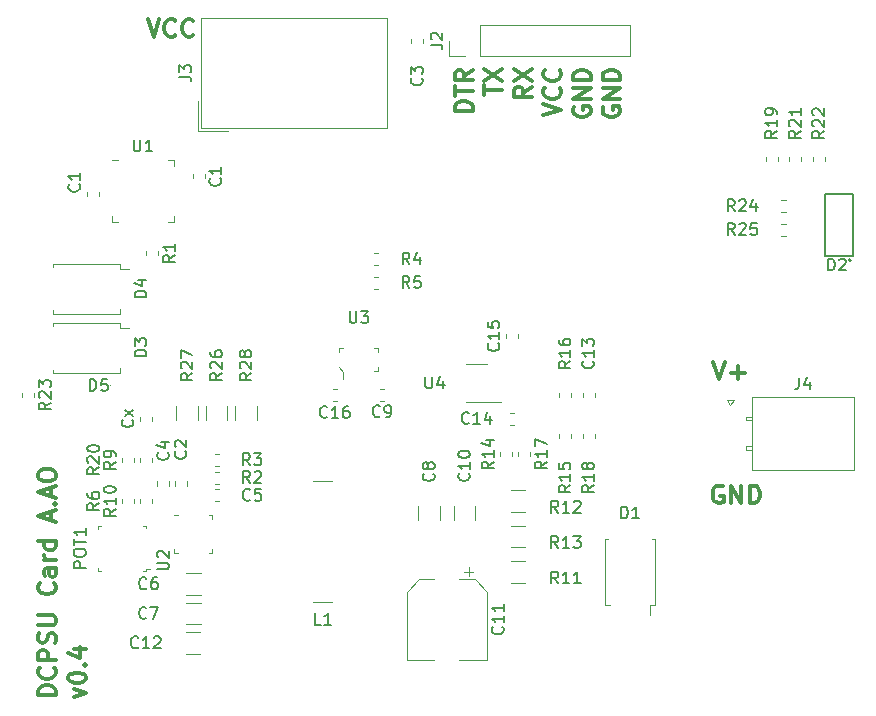
<source format=gbr>
G04 #@! TF.GenerationSoftware,KiCad,Pcbnew,5.0.2+dfsg1-1*
G04 #@! TF.CreationDate,2021-07-01T00:09:32-05:00*
G04 #@! TF.ProjectId,dcpsu-card-ahalf,64637073-752d-4636-9172-642d6168616c,v0.4*
G04 #@! TF.SameCoordinates,Original*
G04 #@! TF.FileFunction,Legend,Top*
G04 #@! TF.FilePolarity,Positive*
%FSLAX46Y46*%
G04 Gerber Fmt 4.6, Leading zero omitted, Abs format (unit mm)*
G04 Created by KiCad (PCBNEW 5.0.2+dfsg1-1) date Thu 01 Jul 2021 12:09:32 AM CDT*
%MOMM*%
%LPD*%
G01*
G04 APERTURE LIST*
%ADD10C,0.300000*%
%ADD11C,0.120000*%
%ADD12C,0.150000*%
%ADD13C,0.100000*%
G04 APERTURE END LIST*
D10*
X138750000Y-78623571D02*
X138678571Y-78766428D01*
X138678571Y-78980714D01*
X138750000Y-79195000D01*
X138892857Y-79337857D01*
X139035714Y-79409285D01*
X139321428Y-79480714D01*
X139535714Y-79480714D01*
X139821428Y-79409285D01*
X139964285Y-79337857D01*
X140107142Y-79195000D01*
X140178571Y-78980714D01*
X140178571Y-78837857D01*
X140107142Y-78623571D01*
X140035714Y-78552142D01*
X139535714Y-78552142D01*
X139535714Y-78837857D01*
X140178571Y-77909285D02*
X138678571Y-77909285D01*
X140178571Y-77052142D01*
X138678571Y-77052142D01*
X140178571Y-76337857D02*
X138678571Y-76337857D01*
X138678571Y-75980714D01*
X138750000Y-75766428D01*
X138892857Y-75623571D01*
X139035714Y-75552142D01*
X139321428Y-75480714D01*
X139535714Y-75480714D01*
X139821428Y-75552142D01*
X139964285Y-75623571D01*
X140107142Y-75766428D01*
X140178571Y-75980714D01*
X140178571Y-76337857D01*
X136250000Y-78623571D02*
X136178571Y-78766428D01*
X136178571Y-78980714D01*
X136250000Y-79195000D01*
X136392857Y-79337857D01*
X136535714Y-79409285D01*
X136821428Y-79480714D01*
X137035714Y-79480714D01*
X137321428Y-79409285D01*
X137464285Y-79337857D01*
X137607142Y-79195000D01*
X137678571Y-78980714D01*
X137678571Y-78837857D01*
X137607142Y-78623571D01*
X137535714Y-78552142D01*
X137035714Y-78552142D01*
X137035714Y-78837857D01*
X137678571Y-77909285D02*
X136178571Y-77909285D01*
X137678571Y-77052142D01*
X136178571Y-77052142D01*
X137678571Y-76337857D02*
X136178571Y-76337857D01*
X136178571Y-75980714D01*
X136250000Y-75766428D01*
X136392857Y-75623571D01*
X136535714Y-75552142D01*
X136821428Y-75480714D01*
X137035714Y-75480714D01*
X137321428Y-75552142D01*
X137464285Y-75623571D01*
X137607142Y-75766428D01*
X137678571Y-75980714D01*
X137678571Y-76337857D01*
X133678571Y-79337857D02*
X135178571Y-78837857D01*
X133678571Y-78337857D01*
X135035714Y-76980714D02*
X135107142Y-77052142D01*
X135178571Y-77266428D01*
X135178571Y-77409285D01*
X135107142Y-77623571D01*
X134964285Y-77766428D01*
X134821428Y-77837857D01*
X134535714Y-77909285D01*
X134321428Y-77909285D01*
X134035714Y-77837857D01*
X133892857Y-77766428D01*
X133750000Y-77623571D01*
X133678571Y-77409285D01*
X133678571Y-77266428D01*
X133750000Y-77052142D01*
X133821428Y-76980714D01*
X135035714Y-75480714D02*
X135107142Y-75552142D01*
X135178571Y-75766428D01*
X135178571Y-75909285D01*
X135107142Y-76123571D01*
X134964285Y-76266428D01*
X134821428Y-76337857D01*
X134535714Y-76409285D01*
X134321428Y-76409285D01*
X134035714Y-76337857D01*
X133892857Y-76266428D01*
X133750000Y-76123571D01*
X133678571Y-75909285D01*
X133678571Y-75766428D01*
X133750000Y-75552142D01*
X133821428Y-75480714D01*
X132678571Y-76909285D02*
X131964285Y-77409285D01*
X132678571Y-77766428D02*
X131178571Y-77766428D01*
X131178571Y-77195000D01*
X131250000Y-77052142D01*
X131321428Y-76980714D01*
X131464285Y-76909285D01*
X131678571Y-76909285D01*
X131821428Y-76980714D01*
X131892857Y-77052142D01*
X131964285Y-77195000D01*
X131964285Y-77766428D01*
X131178571Y-76409285D02*
X132678571Y-75409285D01*
X131178571Y-75409285D02*
X132678571Y-76409285D01*
X128678571Y-77623571D02*
X128678571Y-76766428D01*
X130178571Y-77195000D02*
X128678571Y-77195000D01*
X128678571Y-76409285D02*
X130178571Y-75409285D01*
X128678571Y-75409285D02*
X130178571Y-76409285D01*
X127678571Y-78980714D02*
X126178571Y-78980714D01*
X126178571Y-78623571D01*
X126250000Y-78409285D01*
X126392857Y-78266428D01*
X126535714Y-78195000D01*
X126821428Y-78123571D01*
X127035714Y-78123571D01*
X127321428Y-78195000D01*
X127464285Y-78266428D01*
X127607142Y-78409285D01*
X127678571Y-78623571D01*
X127678571Y-78980714D01*
X126178571Y-77695000D02*
X126178571Y-76837857D01*
X127678571Y-77266428D02*
X126178571Y-77266428D01*
X127678571Y-75480714D02*
X126964285Y-75980714D01*
X127678571Y-76337857D02*
X126178571Y-76337857D01*
X126178571Y-75766428D01*
X126250000Y-75623571D01*
X126321428Y-75552142D01*
X126464285Y-75480714D01*
X126678571Y-75480714D01*
X126821428Y-75552142D01*
X126892857Y-75623571D01*
X126964285Y-75766428D01*
X126964285Y-76337857D01*
X100162142Y-71178571D02*
X100662142Y-72678571D01*
X101162142Y-71178571D01*
X102519285Y-72535714D02*
X102447857Y-72607142D01*
X102233571Y-72678571D01*
X102090714Y-72678571D01*
X101876428Y-72607142D01*
X101733571Y-72464285D01*
X101662142Y-72321428D01*
X101590714Y-72035714D01*
X101590714Y-71821428D01*
X101662142Y-71535714D01*
X101733571Y-71392857D01*
X101876428Y-71250000D01*
X102090714Y-71178571D01*
X102233571Y-71178571D01*
X102447857Y-71250000D01*
X102519285Y-71321428D01*
X104019285Y-72535714D02*
X103947857Y-72607142D01*
X103733571Y-72678571D01*
X103590714Y-72678571D01*
X103376428Y-72607142D01*
X103233571Y-72464285D01*
X103162142Y-72321428D01*
X103090714Y-72035714D01*
X103090714Y-71821428D01*
X103162142Y-71535714D01*
X103233571Y-71392857D01*
X103376428Y-71250000D01*
X103590714Y-71178571D01*
X103733571Y-71178571D01*
X103947857Y-71250000D01*
X104019285Y-71321428D01*
X148071428Y-100178571D02*
X148571428Y-101678571D01*
X149071428Y-100178571D01*
X149571428Y-101107142D02*
X150714285Y-101107142D01*
X150142857Y-101678571D02*
X150142857Y-100535714D01*
X148857142Y-110750000D02*
X148714285Y-110678571D01*
X148500000Y-110678571D01*
X148285714Y-110750000D01*
X148142857Y-110892857D01*
X148071428Y-111035714D01*
X148000000Y-111321428D01*
X148000000Y-111535714D01*
X148071428Y-111821428D01*
X148142857Y-111964285D01*
X148285714Y-112107142D01*
X148500000Y-112178571D01*
X148642857Y-112178571D01*
X148857142Y-112107142D01*
X148928571Y-112035714D01*
X148928571Y-111535714D01*
X148642857Y-111535714D01*
X149571428Y-112178571D02*
X149571428Y-110678571D01*
X150428571Y-112178571D01*
X150428571Y-110678571D01*
X151142857Y-112178571D02*
X151142857Y-110678571D01*
X151500000Y-110678571D01*
X151714285Y-110750000D01*
X151857142Y-110892857D01*
X151928571Y-111035714D01*
X152000000Y-111321428D01*
X152000000Y-111535714D01*
X151928571Y-111821428D01*
X151857142Y-111964285D01*
X151714285Y-112107142D01*
X151500000Y-112178571D01*
X151142857Y-112178571D01*
X92403571Y-128447857D02*
X90903571Y-128447857D01*
X90903571Y-128090714D01*
X90975000Y-127876428D01*
X91117857Y-127733571D01*
X91260714Y-127662142D01*
X91546428Y-127590714D01*
X91760714Y-127590714D01*
X92046428Y-127662142D01*
X92189285Y-127733571D01*
X92332142Y-127876428D01*
X92403571Y-128090714D01*
X92403571Y-128447857D01*
X92260714Y-126090714D02*
X92332142Y-126162142D01*
X92403571Y-126376428D01*
X92403571Y-126519285D01*
X92332142Y-126733571D01*
X92189285Y-126876428D01*
X92046428Y-126947857D01*
X91760714Y-127019285D01*
X91546428Y-127019285D01*
X91260714Y-126947857D01*
X91117857Y-126876428D01*
X90975000Y-126733571D01*
X90903571Y-126519285D01*
X90903571Y-126376428D01*
X90975000Y-126162142D01*
X91046428Y-126090714D01*
X92403571Y-125447857D02*
X90903571Y-125447857D01*
X90903571Y-124876428D01*
X90975000Y-124733571D01*
X91046428Y-124662142D01*
X91189285Y-124590714D01*
X91403571Y-124590714D01*
X91546428Y-124662142D01*
X91617857Y-124733571D01*
X91689285Y-124876428D01*
X91689285Y-125447857D01*
X92332142Y-124019285D02*
X92403571Y-123805000D01*
X92403571Y-123447857D01*
X92332142Y-123305000D01*
X92260714Y-123233571D01*
X92117857Y-123162142D01*
X91975000Y-123162142D01*
X91832142Y-123233571D01*
X91760714Y-123305000D01*
X91689285Y-123447857D01*
X91617857Y-123733571D01*
X91546428Y-123876428D01*
X91475000Y-123947857D01*
X91332142Y-124019285D01*
X91189285Y-124019285D01*
X91046428Y-123947857D01*
X90975000Y-123876428D01*
X90903571Y-123733571D01*
X90903571Y-123376428D01*
X90975000Y-123162142D01*
X90903571Y-122519285D02*
X92117857Y-122519285D01*
X92260714Y-122447857D01*
X92332142Y-122376428D01*
X92403571Y-122233571D01*
X92403571Y-121947857D01*
X92332142Y-121805000D01*
X92260714Y-121733571D01*
X92117857Y-121662142D01*
X90903571Y-121662142D01*
X92260714Y-118947857D02*
X92332142Y-119019285D01*
X92403571Y-119233571D01*
X92403571Y-119376428D01*
X92332142Y-119590714D01*
X92189285Y-119733571D01*
X92046428Y-119805000D01*
X91760714Y-119876428D01*
X91546428Y-119876428D01*
X91260714Y-119805000D01*
X91117857Y-119733571D01*
X90975000Y-119590714D01*
X90903571Y-119376428D01*
X90903571Y-119233571D01*
X90975000Y-119019285D01*
X91046428Y-118947857D01*
X92403571Y-117662142D02*
X91617857Y-117662142D01*
X91475000Y-117733571D01*
X91403571Y-117876428D01*
X91403571Y-118162142D01*
X91475000Y-118305000D01*
X92332142Y-117662142D02*
X92403571Y-117805000D01*
X92403571Y-118162142D01*
X92332142Y-118305000D01*
X92189285Y-118376428D01*
X92046428Y-118376428D01*
X91903571Y-118305000D01*
X91832142Y-118162142D01*
X91832142Y-117805000D01*
X91760714Y-117662142D01*
X92403571Y-116947857D02*
X91403571Y-116947857D01*
X91689285Y-116947857D02*
X91546428Y-116876428D01*
X91475000Y-116805000D01*
X91403571Y-116662142D01*
X91403571Y-116519285D01*
X92403571Y-115376428D02*
X90903571Y-115376428D01*
X92332142Y-115376428D02*
X92403571Y-115519285D01*
X92403571Y-115805000D01*
X92332142Y-115947857D01*
X92260714Y-116019285D01*
X92117857Y-116090714D01*
X91689285Y-116090714D01*
X91546428Y-116019285D01*
X91475000Y-115947857D01*
X91403571Y-115805000D01*
X91403571Y-115519285D01*
X91475000Y-115376428D01*
X91975000Y-113590714D02*
X91975000Y-112876428D01*
X92403571Y-113733571D02*
X90903571Y-113233571D01*
X92403571Y-112733571D01*
X92260714Y-112233571D02*
X92332142Y-112162142D01*
X92403571Y-112233571D01*
X92332142Y-112305000D01*
X92260714Y-112233571D01*
X92403571Y-112233571D01*
X91975000Y-111590714D02*
X91975000Y-110876428D01*
X92403571Y-111733571D02*
X90903571Y-111233571D01*
X92403571Y-110733571D01*
X90903571Y-109947857D02*
X90903571Y-109662142D01*
X90975000Y-109519285D01*
X91117857Y-109376428D01*
X91403571Y-109305000D01*
X91903571Y-109305000D01*
X92189285Y-109376428D01*
X92332142Y-109519285D01*
X92403571Y-109662142D01*
X92403571Y-109947857D01*
X92332142Y-110090714D01*
X92189285Y-110233571D01*
X91903571Y-110305000D01*
X91403571Y-110305000D01*
X91117857Y-110233571D01*
X90975000Y-110090714D01*
X90903571Y-109947857D01*
X93953571Y-128590714D02*
X94953571Y-128233571D01*
X93953571Y-127876428D01*
X93453571Y-127019285D02*
X93453571Y-126876428D01*
X93525000Y-126733571D01*
X93596428Y-126662142D01*
X93739285Y-126590714D01*
X94025000Y-126519285D01*
X94382142Y-126519285D01*
X94667857Y-126590714D01*
X94810714Y-126662142D01*
X94882142Y-126733571D01*
X94953571Y-126876428D01*
X94953571Y-127019285D01*
X94882142Y-127162142D01*
X94810714Y-127233571D01*
X94667857Y-127305000D01*
X94382142Y-127376428D01*
X94025000Y-127376428D01*
X93739285Y-127305000D01*
X93596428Y-127233571D01*
X93525000Y-127162142D01*
X93453571Y-127019285D01*
X94810714Y-125876428D02*
X94882142Y-125805000D01*
X94953571Y-125876428D01*
X94882142Y-125947857D01*
X94810714Y-125876428D01*
X94953571Y-125876428D01*
X93953571Y-124519285D02*
X94953571Y-124519285D01*
X93382142Y-124876428D02*
X94453571Y-125233571D01*
X94453571Y-124305000D01*
D11*
G04 #@! TO.C,L1*
X114202631Y-120515000D02*
X115797369Y-120515000D01*
X114202631Y-110315000D02*
X115797369Y-110315000D01*
G04 #@! TO.C,R1*
X101010000Y-91171267D02*
X101010000Y-90828733D01*
X99990000Y-91171267D02*
X99990000Y-90828733D01*
G04 #@! TO.C,U2*
X105325000Y-113170000D02*
X105650000Y-113170000D01*
X105650000Y-113170000D02*
X105650000Y-113495000D01*
X102755000Y-116390000D02*
X102430000Y-116390000D01*
X102430000Y-116390000D02*
X102430000Y-116065000D01*
X105325000Y-116390000D02*
X105650000Y-116390000D01*
X105650000Y-116390000D02*
X105650000Y-116065000D01*
X102755000Y-113170000D02*
X102430000Y-113170000D01*
G04 #@! TO.C,R20*
X99010000Y-108671267D02*
X99010000Y-108328733D01*
X97990000Y-108671267D02*
X97990000Y-108328733D01*
G04 #@! TO.C,C3*
X123510000Y-73171267D02*
X123510000Y-72828733D01*
X122490000Y-73171267D02*
X122490000Y-72828733D01*
G04 #@! TO.C,C5*
X105828733Y-112010000D02*
X106171267Y-112010000D01*
X105828733Y-110990000D02*
X106171267Y-110990000D01*
G04 #@! TO.C,C14*
X130828733Y-105510000D02*
X131171267Y-105510000D01*
X130828733Y-104490000D02*
X131171267Y-104490000D01*
G04 #@! TO.C,D1*
X138890000Y-120810000D02*
X139300000Y-120810000D01*
X142700000Y-120810000D02*
X143110000Y-120810000D01*
X143110000Y-120810000D02*
X143110000Y-115190000D01*
X138890000Y-115190000D02*
X138890000Y-120810000D01*
X142700000Y-120810000D02*
X142700000Y-121600000D01*
X138890000Y-115190000D02*
X139150000Y-115190000D01*
X142850000Y-115190000D02*
X143110000Y-115190000D01*
G04 #@! TO.C,C1*
X103990000Y-84328733D02*
X103990000Y-84671267D01*
X105010000Y-84328733D02*
X105010000Y-84671267D01*
G04 #@! TO.C,C2*
X102490000Y-110328733D02*
X102490000Y-110671267D01*
X103510000Y-110328733D02*
X103510000Y-110671267D01*
G04 #@! TO.C,C4*
X102010000Y-110671267D02*
X102010000Y-110328733D01*
X100990000Y-110671267D02*
X100990000Y-110328733D01*
G04 #@! TO.C,C6*
X103437936Y-119910000D02*
X104642064Y-119910000D01*
X103437936Y-118090000D02*
X104642064Y-118090000D01*
G04 #@! TO.C,C7*
X103437936Y-122410000D02*
X104642064Y-122410000D01*
X103437936Y-120590000D02*
X104642064Y-120590000D01*
G04 #@! TO.C,C8*
X124910000Y-113602064D02*
X124910000Y-112397936D01*
X123090000Y-113602064D02*
X123090000Y-112397936D01*
G04 #@! TO.C,C9*
X120171267Y-102490000D02*
X119828733Y-102490000D01*
X120171267Y-103510000D02*
X119828733Y-103510000D01*
G04 #@! TO.C,C10*
X127910000Y-113602064D02*
X127910000Y-112397936D01*
X126090000Y-113602064D02*
X126090000Y-112397936D01*
G04 #@! TO.C,C13*
X138010000Y-103171267D02*
X138010000Y-102828733D01*
X136990000Y-103171267D02*
X136990000Y-102828733D01*
G04 #@! TO.C,R2*
X106171267Y-109490000D02*
X105828733Y-109490000D01*
X106171267Y-110510000D02*
X105828733Y-110510000D01*
G04 #@! TO.C,R3*
X106171267Y-107990000D02*
X105828733Y-107990000D01*
X106171267Y-109010000D02*
X105828733Y-109010000D01*
G04 #@! TO.C,R4*
X119671267Y-90990000D02*
X119328733Y-90990000D01*
X119671267Y-92010000D02*
X119328733Y-92010000D01*
G04 #@! TO.C,R5*
X119671267Y-92990000D02*
X119328733Y-92990000D01*
X119671267Y-94010000D02*
X119328733Y-94010000D01*
G04 #@! TO.C,R6*
X99010000Y-112171267D02*
X99010000Y-111828733D01*
X97990000Y-112171267D02*
X97990000Y-111828733D01*
G04 #@! TO.C,R9*
X100510000Y-108671267D02*
X100510000Y-108328733D01*
X99490000Y-108671267D02*
X99490000Y-108328733D01*
G04 #@! TO.C,R10*
X100510000Y-112171267D02*
X100510000Y-111828733D01*
X99490000Y-112171267D02*
X99490000Y-111828733D01*
G04 #@! TO.C,R12*
X130897936Y-112910000D02*
X132102064Y-112910000D01*
X130897936Y-111090000D02*
X132102064Y-111090000D01*
G04 #@! TO.C,R13*
X130897936Y-115910000D02*
X132102064Y-115910000D01*
X130897936Y-114090000D02*
X132102064Y-114090000D01*
G04 #@! TO.C,R15*
X134990000Y-106328733D02*
X134990000Y-106671267D01*
X136010000Y-106328733D02*
X136010000Y-106671267D01*
G04 #@! TO.C,R16*
X134990000Y-102828733D02*
X134990000Y-103171267D01*
X136010000Y-102828733D02*
X136010000Y-103171267D01*
G04 #@! TO.C,R17*
X131490000Y-107828733D02*
X131490000Y-108171267D01*
X132510000Y-107828733D02*
X132510000Y-108171267D01*
G04 #@! TO.C,U1*
X97615000Y-83140000D02*
X97140000Y-83140000D01*
X102360000Y-88360000D02*
X102360000Y-87885000D01*
X101885000Y-88360000D02*
X102360000Y-88360000D01*
X97140000Y-88360000D02*
X97140000Y-87885000D01*
X97615000Y-88360000D02*
X97140000Y-88360000D01*
X102360000Y-83140000D02*
X102360000Y-83615000D01*
X101885000Y-83140000D02*
X102360000Y-83140000D01*
G04 #@! TO.C,C15*
X131510000Y-97828733D02*
X131510000Y-98171267D01*
X130490000Y-97828733D02*
X130490000Y-98171267D01*
G04 #@! TO.C,R18*
X136990000Y-106671267D02*
X136990000Y-106328733D01*
X138010000Y-106671267D02*
X138010000Y-106328733D01*
G04 #@! TO.C,R11*
X130897936Y-117090000D02*
X132102064Y-117090000D01*
X130897936Y-118910000D02*
X132102064Y-118910000D01*
G04 #@! TO.C,R14*
X131010000Y-107828733D02*
X131010000Y-108171267D01*
X129990000Y-107828733D02*
X129990000Y-108171267D01*
G04 #@! TO.C,U4*
X128900000Y-100390000D02*
X127100000Y-100390000D01*
X127100000Y-103610000D02*
X130050000Y-103610000D01*
G04 #@! TO.C,J2*
X125670000Y-74330000D02*
X125670000Y-73000000D01*
X127000000Y-74330000D02*
X125670000Y-74330000D01*
X128270000Y-74330000D02*
X128270000Y-71670000D01*
X128270000Y-71670000D02*
X141030000Y-71670000D01*
X128270000Y-74330000D02*
X141030000Y-74330000D01*
X141030000Y-74330000D02*
X141030000Y-71670000D01*
G04 #@! TO.C,J3*
X104650000Y-71055000D02*
X120430000Y-71055000D01*
X120430000Y-71055000D02*
X120430000Y-80405000D01*
X120430000Y-80405000D02*
X104650000Y-80405000D01*
X104650000Y-80405000D02*
X104650000Y-71055000D01*
X104400000Y-80655000D02*
X106940000Y-80655000D01*
X104400000Y-80655000D02*
X104400000Y-78115000D01*
G04 #@! TO.C,C1*
X96010000Y-86171267D02*
X96010000Y-85828733D01*
X94990000Y-86171267D02*
X94990000Y-85828733D01*
D12*
G04 #@! TO.C,D2*
X159900000Y-86000000D02*
X159900000Y-91200000D01*
X157500000Y-86000000D02*
X157500000Y-91200000D01*
X157500000Y-86000000D02*
X159900000Y-86000000D01*
X157500000Y-91200000D02*
X159900000Y-91200000D01*
X159700000Y-91600000D02*
G75*
G03X159700000Y-91600000I-100000J0D01*
G01*
D11*
G04 #@! TO.C,R19*
X153510000Y-83171267D02*
X153510000Y-82828733D01*
X152490000Y-83171267D02*
X152490000Y-82828733D01*
G04 #@! TO.C,R21*
X154490000Y-82828733D02*
X154490000Y-83171267D01*
X155510000Y-82828733D02*
X155510000Y-83171267D01*
G04 #@! TO.C,R22*
X157510000Y-82828733D02*
X157510000Y-83171267D01*
X156490000Y-82828733D02*
X156490000Y-83171267D01*
G04 #@! TO.C,C16*
X115828733Y-102490000D02*
X116171267Y-102490000D01*
X115828733Y-103510000D02*
X116171267Y-103510000D01*
D13*
G04 #@! TO.C,U3*
X116700000Y-101650000D02*
X116700000Y-101050000D01*
X116700000Y-101050000D02*
X116350000Y-100600000D01*
X116700000Y-99000000D02*
X116350000Y-99000000D01*
X116350000Y-99000000D02*
X116350000Y-99350000D01*
X119650000Y-100650000D02*
X119650000Y-101000000D01*
X119650000Y-101000000D02*
X119300000Y-101000000D01*
X119300000Y-99000000D02*
X119650000Y-99000000D01*
X119650000Y-99000000D02*
X119650000Y-99350000D01*
D11*
G04 #@! TO.C,R23*
X89490000Y-103171267D02*
X89490000Y-102828733D01*
X90510000Y-103171267D02*
X90510000Y-102828733D01*
G04 #@! TO.C,R24*
X154171267Y-86490000D02*
X153828733Y-86490000D01*
X154171267Y-87510000D02*
X153828733Y-87510000D01*
G04 #@! TO.C,R25*
X154171267Y-89510000D02*
X153828733Y-89510000D01*
X154171267Y-88490000D02*
X153828733Y-88490000D01*
G04 #@! TO.C,C11*
X122090000Y-125410000D02*
X124440000Y-125410000D01*
X128910000Y-125410000D02*
X126560000Y-125410000D01*
X128910000Y-119654437D02*
X128910000Y-125410000D01*
X122090000Y-119654437D02*
X122090000Y-125410000D01*
X123154437Y-118590000D02*
X124440000Y-118590000D01*
X127845563Y-118590000D02*
X126560000Y-118590000D01*
X127845563Y-118590000D02*
X128910000Y-119654437D01*
X123154437Y-118590000D02*
X122090000Y-119654437D01*
X127347500Y-117562500D02*
X127347500Y-118350000D01*
X127741250Y-117956250D02*
X126953750Y-117956250D01*
G04 #@! TO.C,C12*
X103397936Y-123090000D02*
X104602064Y-123090000D01*
X103397936Y-124910000D02*
X104602064Y-124910000D01*
G04 #@! TO.C,J4*
X151310000Y-103170000D02*
X151310000Y-109330000D01*
X151310000Y-109330000D02*
X159990000Y-109330000D01*
X159990000Y-109330000D02*
X159990000Y-103170000D01*
X159990000Y-103170000D02*
X151310000Y-103170000D01*
X151310000Y-105150000D02*
X151310000Y-104850000D01*
X151310000Y-104850000D02*
X150860000Y-104850000D01*
X150860000Y-104850000D02*
X150860000Y-105150000D01*
X150860000Y-105150000D02*
X151310000Y-105150000D01*
X151310000Y-107650000D02*
X151310000Y-107350000D01*
X151310000Y-107350000D02*
X150860000Y-107350000D01*
X150860000Y-107350000D02*
X150860000Y-107650000D01*
X150860000Y-107650000D02*
X151310000Y-107650000D01*
X149500000Y-103890000D02*
X149800000Y-103465736D01*
X149800000Y-103465736D02*
X149200000Y-103465736D01*
X149200000Y-103465736D02*
X149500000Y-103890000D01*
G04 #@! TO.C,Cx*
X100510000Y-105171267D02*
X100510000Y-104828733D01*
X99490000Y-105171267D02*
X99490000Y-104828733D01*
G04 #@! TO.C,D3*
X97810000Y-101110000D02*
X97810000Y-100700000D01*
X97810000Y-97300000D02*
X97810000Y-96890000D01*
X97810000Y-96890000D02*
X92190000Y-96890000D01*
X92190000Y-101110000D02*
X97810000Y-101110000D01*
X97810000Y-97300000D02*
X98600000Y-97300000D01*
X92190000Y-101110000D02*
X92190000Y-100850000D01*
X92190000Y-97150000D02*
X92190000Y-96890000D01*
G04 #@! TO.C,D4*
X97810000Y-96110000D02*
X97810000Y-95700000D01*
X97810000Y-92300000D02*
X97810000Y-91890000D01*
X97810000Y-91890000D02*
X92190000Y-91890000D01*
X92190000Y-96110000D02*
X97810000Y-96110000D01*
X97810000Y-92300000D02*
X98600000Y-92300000D01*
X92190000Y-96110000D02*
X92190000Y-95850000D01*
X92190000Y-92150000D02*
X92190000Y-91890000D01*
G04 #@! TO.C,R26*
X105090000Y-105102064D02*
X105090000Y-103897936D01*
X106910000Y-105102064D02*
X106910000Y-103897936D01*
G04 #@! TO.C,R27*
X104410000Y-105102064D02*
X104410000Y-103897936D01*
X102590000Y-105102064D02*
X102590000Y-103897936D01*
G04 #@! TO.C,R28*
X107590000Y-105102064D02*
X107590000Y-103897936D01*
X109410000Y-105102064D02*
X109410000Y-103897936D01*
D13*
G04 #@! TO.C,D5*
X96990000Y-102200000D02*
G75*
G03X96990000Y-102200000I-50000J0D01*
G01*
G04 #@! TO.C,POT1*
X96000000Y-117900000D02*
X96250000Y-117900000D01*
X96000000Y-117900000D02*
X96000000Y-117650000D01*
X96000000Y-114100000D02*
X96250000Y-114100000D01*
X96000000Y-114100000D02*
X96000000Y-114350000D01*
X100000000Y-114100000D02*
X100000000Y-114300000D01*
X100000000Y-114100000D02*
X99750000Y-114100000D01*
X99750000Y-117900000D02*
X100000000Y-117900000D01*
X100000000Y-117900000D02*
X100000000Y-117700000D01*
X100000000Y-117700000D02*
X100350000Y-117700000D01*
G04 #@! TO.C,L1*
D12*
X114833333Y-122452380D02*
X114357142Y-122452380D01*
X114357142Y-121452380D01*
X115690476Y-122452380D02*
X115119047Y-122452380D01*
X115404761Y-122452380D02*
X115404761Y-121452380D01*
X115309523Y-121595238D01*
X115214285Y-121690476D01*
X115119047Y-121738095D01*
G04 #@! TO.C,R1*
X102476380Y-91166666D02*
X102000190Y-91500000D01*
X102476380Y-91738095D02*
X101476380Y-91738095D01*
X101476380Y-91357142D01*
X101524000Y-91261904D01*
X101571619Y-91214285D01*
X101666857Y-91166666D01*
X101809714Y-91166666D01*
X101904952Y-91214285D01*
X101952571Y-91261904D01*
X102000190Y-91357142D01*
X102000190Y-91738095D01*
X102476380Y-90214285D02*
X102476380Y-90785714D01*
X102476380Y-90500000D02*
X101476380Y-90500000D01*
X101619238Y-90595238D01*
X101714476Y-90690476D01*
X101762095Y-90785714D01*
G04 #@! TO.C,U2*
X100952380Y-117761904D02*
X101761904Y-117761904D01*
X101857142Y-117714285D01*
X101904761Y-117666666D01*
X101952380Y-117571428D01*
X101952380Y-117380952D01*
X101904761Y-117285714D01*
X101857142Y-117238095D01*
X101761904Y-117190476D01*
X100952380Y-117190476D01*
X101047619Y-116761904D02*
X101000000Y-116714285D01*
X100952380Y-116619047D01*
X100952380Y-116380952D01*
X101000000Y-116285714D01*
X101047619Y-116238095D01*
X101142857Y-116190476D01*
X101238095Y-116190476D01*
X101380952Y-116238095D01*
X101952380Y-116809523D01*
X101952380Y-116190476D01*
G04 #@! TO.C,R20*
X96052380Y-109142857D02*
X95576190Y-109476190D01*
X96052380Y-109714285D02*
X95052380Y-109714285D01*
X95052380Y-109333333D01*
X95100000Y-109238095D01*
X95147619Y-109190476D01*
X95242857Y-109142857D01*
X95385714Y-109142857D01*
X95480952Y-109190476D01*
X95528571Y-109238095D01*
X95576190Y-109333333D01*
X95576190Y-109714285D01*
X95147619Y-108761904D02*
X95100000Y-108714285D01*
X95052380Y-108619047D01*
X95052380Y-108380952D01*
X95100000Y-108285714D01*
X95147619Y-108238095D01*
X95242857Y-108190476D01*
X95338095Y-108190476D01*
X95480952Y-108238095D01*
X96052380Y-108809523D01*
X96052380Y-108190476D01*
X95052380Y-107571428D02*
X95052380Y-107476190D01*
X95100000Y-107380952D01*
X95147619Y-107333333D01*
X95242857Y-107285714D01*
X95433333Y-107238095D01*
X95671428Y-107238095D01*
X95861904Y-107285714D01*
X95957142Y-107333333D01*
X96004761Y-107380952D01*
X96052380Y-107476190D01*
X96052380Y-107571428D01*
X96004761Y-107666666D01*
X95957142Y-107714285D01*
X95861904Y-107761904D01*
X95671428Y-107809523D01*
X95433333Y-107809523D01*
X95242857Y-107761904D01*
X95147619Y-107714285D01*
X95100000Y-107666666D01*
X95052380Y-107571428D01*
G04 #@! TO.C,C3*
X123357142Y-76166666D02*
X123404761Y-76214285D01*
X123452380Y-76357142D01*
X123452380Y-76452380D01*
X123404761Y-76595238D01*
X123309523Y-76690476D01*
X123214285Y-76738095D01*
X123023809Y-76785714D01*
X122880952Y-76785714D01*
X122690476Y-76738095D01*
X122595238Y-76690476D01*
X122500000Y-76595238D01*
X122452380Y-76452380D01*
X122452380Y-76357142D01*
X122500000Y-76214285D01*
X122547619Y-76166666D01*
X122452380Y-75833333D02*
X122452380Y-75214285D01*
X122833333Y-75547619D01*
X122833333Y-75404761D01*
X122880952Y-75309523D01*
X122928571Y-75261904D01*
X123023809Y-75214285D01*
X123261904Y-75214285D01*
X123357142Y-75261904D01*
X123404761Y-75309523D01*
X123452380Y-75404761D01*
X123452380Y-75690476D01*
X123404761Y-75785714D01*
X123357142Y-75833333D01*
G04 #@! TO.C,C5*
X108833333Y-111857142D02*
X108785714Y-111904761D01*
X108642857Y-111952380D01*
X108547619Y-111952380D01*
X108404761Y-111904761D01*
X108309523Y-111809523D01*
X108261904Y-111714285D01*
X108214285Y-111523809D01*
X108214285Y-111380952D01*
X108261904Y-111190476D01*
X108309523Y-111095238D01*
X108404761Y-111000000D01*
X108547619Y-110952380D01*
X108642857Y-110952380D01*
X108785714Y-111000000D01*
X108833333Y-111047619D01*
X109738095Y-110952380D02*
X109261904Y-110952380D01*
X109214285Y-111428571D01*
X109261904Y-111380952D01*
X109357142Y-111333333D01*
X109595238Y-111333333D01*
X109690476Y-111380952D01*
X109738095Y-111428571D01*
X109785714Y-111523809D01*
X109785714Y-111761904D01*
X109738095Y-111857142D01*
X109690476Y-111904761D01*
X109595238Y-111952380D01*
X109357142Y-111952380D01*
X109261904Y-111904761D01*
X109214285Y-111857142D01*
G04 #@! TO.C,C14*
X127357142Y-105357142D02*
X127309523Y-105404761D01*
X127166666Y-105452380D01*
X127071428Y-105452380D01*
X126928571Y-105404761D01*
X126833333Y-105309523D01*
X126785714Y-105214285D01*
X126738095Y-105023809D01*
X126738095Y-104880952D01*
X126785714Y-104690476D01*
X126833333Y-104595238D01*
X126928571Y-104500000D01*
X127071428Y-104452380D01*
X127166666Y-104452380D01*
X127309523Y-104500000D01*
X127357142Y-104547619D01*
X128309523Y-105452380D02*
X127738095Y-105452380D01*
X128023809Y-105452380D02*
X128023809Y-104452380D01*
X127928571Y-104595238D01*
X127833333Y-104690476D01*
X127738095Y-104738095D01*
X129166666Y-104785714D02*
X129166666Y-105452380D01*
X128928571Y-104404761D02*
X128690476Y-105119047D01*
X129309523Y-105119047D01*
G04 #@! TO.C,D1*
X140261904Y-113452380D02*
X140261904Y-112452380D01*
X140500000Y-112452380D01*
X140642857Y-112500000D01*
X140738095Y-112595238D01*
X140785714Y-112690476D01*
X140833333Y-112880952D01*
X140833333Y-113023809D01*
X140785714Y-113214285D01*
X140738095Y-113309523D01*
X140642857Y-113404761D01*
X140500000Y-113452380D01*
X140261904Y-113452380D01*
X141785714Y-113452380D02*
X141214285Y-113452380D01*
X141500000Y-113452380D02*
X141500000Y-112452380D01*
X141404761Y-112595238D01*
X141309523Y-112690476D01*
X141214285Y-112738095D01*
G04 #@! TO.C,C1*
X106287142Y-84666666D02*
X106334761Y-84714285D01*
X106382380Y-84857142D01*
X106382380Y-84952380D01*
X106334761Y-85095238D01*
X106239523Y-85190476D01*
X106144285Y-85238095D01*
X105953809Y-85285714D01*
X105810952Y-85285714D01*
X105620476Y-85238095D01*
X105525238Y-85190476D01*
X105430000Y-85095238D01*
X105382380Y-84952380D01*
X105382380Y-84857142D01*
X105430000Y-84714285D01*
X105477619Y-84666666D01*
X106382380Y-83714285D02*
X106382380Y-84285714D01*
X106382380Y-84000000D02*
X105382380Y-84000000D01*
X105525238Y-84095238D01*
X105620476Y-84190476D01*
X105668095Y-84285714D01*
G04 #@! TO.C,C2*
X103357142Y-107766666D02*
X103404761Y-107814285D01*
X103452380Y-107957142D01*
X103452380Y-108052380D01*
X103404761Y-108195238D01*
X103309523Y-108290476D01*
X103214285Y-108338095D01*
X103023809Y-108385714D01*
X102880952Y-108385714D01*
X102690476Y-108338095D01*
X102595238Y-108290476D01*
X102500000Y-108195238D01*
X102452380Y-108052380D01*
X102452380Y-107957142D01*
X102500000Y-107814285D01*
X102547619Y-107766666D01*
X102547619Y-107385714D02*
X102500000Y-107338095D01*
X102452380Y-107242857D01*
X102452380Y-107004761D01*
X102500000Y-106909523D01*
X102547619Y-106861904D01*
X102642857Y-106814285D01*
X102738095Y-106814285D01*
X102880952Y-106861904D01*
X103452380Y-107433333D01*
X103452380Y-106814285D01*
G04 #@! TO.C,C4*
X101857142Y-107872666D02*
X101904761Y-107920285D01*
X101952380Y-108063142D01*
X101952380Y-108158380D01*
X101904761Y-108301238D01*
X101809523Y-108396476D01*
X101714285Y-108444095D01*
X101523809Y-108491714D01*
X101380952Y-108491714D01*
X101190476Y-108444095D01*
X101095238Y-108396476D01*
X101000000Y-108301238D01*
X100952380Y-108158380D01*
X100952380Y-108063142D01*
X101000000Y-107920285D01*
X101047619Y-107872666D01*
X101285714Y-107015523D02*
X101952380Y-107015523D01*
X100904761Y-107253619D02*
X101619047Y-107491714D01*
X101619047Y-106872666D01*
G04 #@! TO.C,C6*
X100063333Y-119357142D02*
X100015714Y-119404761D01*
X99872857Y-119452380D01*
X99777619Y-119452380D01*
X99634761Y-119404761D01*
X99539523Y-119309523D01*
X99491904Y-119214285D01*
X99444285Y-119023809D01*
X99444285Y-118880952D01*
X99491904Y-118690476D01*
X99539523Y-118595238D01*
X99634761Y-118500000D01*
X99777619Y-118452380D01*
X99872857Y-118452380D01*
X100015714Y-118500000D01*
X100063333Y-118547619D01*
X100920476Y-118452380D02*
X100730000Y-118452380D01*
X100634761Y-118500000D01*
X100587142Y-118547619D01*
X100491904Y-118690476D01*
X100444285Y-118880952D01*
X100444285Y-119261904D01*
X100491904Y-119357142D01*
X100539523Y-119404761D01*
X100634761Y-119452380D01*
X100825238Y-119452380D01*
X100920476Y-119404761D01*
X100968095Y-119357142D01*
X101015714Y-119261904D01*
X101015714Y-119023809D01*
X100968095Y-118928571D01*
X100920476Y-118880952D01*
X100825238Y-118833333D01*
X100634761Y-118833333D01*
X100539523Y-118880952D01*
X100491904Y-118928571D01*
X100444285Y-119023809D01*
G04 #@! TO.C,C7*
X100063333Y-121857142D02*
X100015714Y-121904761D01*
X99872857Y-121952380D01*
X99777619Y-121952380D01*
X99634761Y-121904761D01*
X99539523Y-121809523D01*
X99491904Y-121714285D01*
X99444285Y-121523809D01*
X99444285Y-121380952D01*
X99491904Y-121190476D01*
X99539523Y-121095238D01*
X99634761Y-121000000D01*
X99777619Y-120952380D01*
X99872857Y-120952380D01*
X100015714Y-121000000D01*
X100063333Y-121047619D01*
X100396666Y-120952380D02*
X101063333Y-120952380D01*
X100634761Y-121952380D01*
G04 #@! TO.C,C8*
X124357142Y-109666666D02*
X124404761Y-109714285D01*
X124452380Y-109857142D01*
X124452380Y-109952380D01*
X124404761Y-110095238D01*
X124309523Y-110190476D01*
X124214285Y-110238095D01*
X124023809Y-110285714D01*
X123880952Y-110285714D01*
X123690476Y-110238095D01*
X123595238Y-110190476D01*
X123500000Y-110095238D01*
X123452380Y-109952380D01*
X123452380Y-109857142D01*
X123500000Y-109714285D01*
X123547619Y-109666666D01*
X123880952Y-109095238D02*
X123833333Y-109190476D01*
X123785714Y-109238095D01*
X123690476Y-109285714D01*
X123642857Y-109285714D01*
X123547619Y-109238095D01*
X123500000Y-109190476D01*
X123452380Y-109095238D01*
X123452380Y-108904761D01*
X123500000Y-108809523D01*
X123547619Y-108761904D01*
X123642857Y-108714285D01*
X123690476Y-108714285D01*
X123785714Y-108761904D01*
X123833333Y-108809523D01*
X123880952Y-108904761D01*
X123880952Y-109095238D01*
X123928571Y-109190476D01*
X123976190Y-109238095D01*
X124071428Y-109285714D01*
X124261904Y-109285714D01*
X124357142Y-109238095D01*
X124404761Y-109190476D01*
X124452380Y-109095238D01*
X124452380Y-108904761D01*
X124404761Y-108809523D01*
X124357142Y-108761904D01*
X124261904Y-108714285D01*
X124071428Y-108714285D01*
X123976190Y-108761904D01*
X123928571Y-108809523D01*
X123880952Y-108904761D01*
G04 #@! TO.C,C9*
X119833333Y-104787142D02*
X119785714Y-104834761D01*
X119642857Y-104882380D01*
X119547619Y-104882380D01*
X119404761Y-104834761D01*
X119309523Y-104739523D01*
X119261904Y-104644285D01*
X119214285Y-104453809D01*
X119214285Y-104310952D01*
X119261904Y-104120476D01*
X119309523Y-104025238D01*
X119404761Y-103930000D01*
X119547619Y-103882380D01*
X119642857Y-103882380D01*
X119785714Y-103930000D01*
X119833333Y-103977619D01*
X120309523Y-104882380D02*
X120500000Y-104882380D01*
X120595238Y-104834761D01*
X120642857Y-104787142D01*
X120738095Y-104644285D01*
X120785714Y-104453809D01*
X120785714Y-104072857D01*
X120738095Y-103977619D01*
X120690476Y-103930000D01*
X120595238Y-103882380D01*
X120404761Y-103882380D01*
X120309523Y-103930000D01*
X120261904Y-103977619D01*
X120214285Y-104072857D01*
X120214285Y-104310952D01*
X120261904Y-104406190D01*
X120309523Y-104453809D01*
X120404761Y-104501428D01*
X120595238Y-104501428D01*
X120690476Y-104453809D01*
X120738095Y-104406190D01*
X120785714Y-104310952D01*
G04 #@! TO.C,C10*
X127357142Y-109642857D02*
X127404761Y-109690476D01*
X127452380Y-109833333D01*
X127452380Y-109928571D01*
X127404761Y-110071428D01*
X127309523Y-110166666D01*
X127214285Y-110214285D01*
X127023809Y-110261904D01*
X126880952Y-110261904D01*
X126690476Y-110214285D01*
X126595238Y-110166666D01*
X126500000Y-110071428D01*
X126452380Y-109928571D01*
X126452380Y-109833333D01*
X126500000Y-109690476D01*
X126547619Y-109642857D01*
X127452380Y-108690476D02*
X127452380Y-109261904D01*
X127452380Y-108976190D02*
X126452380Y-108976190D01*
X126595238Y-109071428D01*
X126690476Y-109166666D01*
X126738095Y-109261904D01*
X126452380Y-108071428D02*
X126452380Y-107976190D01*
X126500000Y-107880952D01*
X126547619Y-107833333D01*
X126642857Y-107785714D01*
X126833333Y-107738095D01*
X127071428Y-107738095D01*
X127261904Y-107785714D01*
X127357142Y-107833333D01*
X127404761Y-107880952D01*
X127452380Y-107976190D01*
X127452380Y-108071428D01*
X127404761Y-108166666D01*
X127357142Y-108214285D01*
X127261904Y-108261904D01*
X127071428Y-108309523D01*
X126833333Y-108309523D01*
X126642857Y-108261904D01*
X126547619Y-108214285D01*
X126500000Y-108166666D01*
X126452380Y-108071428D01*
G04 #@! TO.C,C13*
X137857142Y-100142857D02*
X137904761Y-100190476D01*
X137952380Y-100333333D01*
X137952380Y-100428571D01*
X137904761Y-100571428D01*
X137809523Y-100666666D01*
X137714285Y-100714285D01*
X137523809Y-100761904D01*
X137380952Y-100761904D01*
X137190476Y-100714285D01*
X137095238Y-100666666D01*
X137000000Y-100571428D01*
X136952380Y-100428571D01*
X136952380Y-100333333D01*
X137000000Y-100190476D01*
X137047619Y-100142857D01*
X137952380Y-99190476D02*
X137952380Y-99761904D01*
X137952380Y-99476190D02*
X136952380Y-99476190D01*
X137095238Y-99571428D01*
X137190476Y-99666666D01*
X137238095Y-99761904D01*
X136952380Y-98857142D02*
X136952380Y-98238095D01*
X137333333Y-98571428D01*
X137333333Y-98428571D01*
X137380952Y-98333333D01*
X137428571Y-98285714D01*
X137523809Y-98238095D01*
X137761904Y-98238095D01*
X137857142Y-98285714D01*
X137904761Y-98333333D01*
X137952380Y-98428571D01*
X137952380Y-98714285D01*
X137904761Y-98809523D01*
X137857142Y-98857142D01*
G04 #@! TO.C,R2*
X108833333Y-110452380D02*
X108500000Y-109976190D01*
X108261904Y-110452380D02*
X108261904Y-109452380D01*
X108642857Y-109452380D01*
X108738095Y-109500000D01*
X108785714Y-109547619D01*
X108833333Y-109642857D01*
X108833333Y-109785714D01*
X108785714Y-109880952D01*
X108738095Y-109928571D01*
X108642857Y-109976190D01*
X108261904Y-109976190D01*
X109214285Y-109547619D02*
X109261904Y-109500000D01*
X109357142Y-109452380D01*
X109595238Y-109452380D01*
X109690476Y-109500000D01*
X109738095Y-109547619D01*
X109785714Y-109642857D01*
X109785714Y-109738095D01*
X109738095Y-109880952D01*
X109166666Y-110452380D01*
X109785714Y-110452380D01*
G04 #@! TO.C,R3*
X108833333Y-108952380D02*
X108500000Y-108476190D01*
X108261904Y-108952380D02*
X108261904Y-107952380D01*
X108642857Y-107952380D01*
X108738095Y-108000000D01*
X108785714Y-108047619D01*
X108833333Y-108142857D01*
X108833333Y-108285714D01*
X108785714Y-108380952D01*
X108738095Y-108428571D01*
X108642857Y-108476190D01*
X108261904Y-108476190D01*
X109166666Y-107952380D02*
X109785714Y-107952380D01*
X109452380Y-108333333D01*
X109595238Y-108333333D01*
X109690476Y-108380952D01*
X109738095Y-108428571D01*
X109785714Y-108523809D01*
X109785714Y-108761904D01*
X109738095Y-108857142D01*
X109690476Y-108904761D01*
X109595238Y-108952380D01*
X109309523Y-108952380D01*
X109214285Y-108904761D01*
X109166666Y-108857142D01*
G04 #@! TO.C,R4*
X122333333Y-91952380D02*
X122000000Y-91476190D01*
X121761904Y-91952380D02*
X121761904Y-90952380D01*
X122142857Y-90952380D01*
X122238095Y-91000000D01*
X122285714Y-91047619D01*
X122333333Y-91142857D01*
X122333333Y-91285714D01*
X122285714Y-91380952D01*
X122238095Y-91428571D01*
X122142857Y-91476190D01*
X121761904Y-91476190D01*
X123190476Y-91285714D02*
X123190476Y-91952380D01*
X122952380Y-90904761D02*
X122714285Y-91619047D01*
X123333333Y-91619047D01*
G04 #@! TO.C,R5*
X122333333Y-93952380D02*
X122000000Y-93476190D01*
X121761904Y-93952380D02*
X121761904Y-92952380D01*
X122142857Y-92952380D01*
X122238095Y-93000000D01*
X122285714Y-93047619D01*
X122333333Y-93142857D01*
X122333333Y-93285714D01*
X122285714Y-93380952D01*
X122238095Y-93428571D01*
X122142857Y-93476190D01*
X121761904Y-93476190D01*
X123238095Y-92952380D02*
X122761904Y-92952380D01*
X122714285Y-93428571D01*
X122761904Y-93380952D01*
X122857142Y-93333333D01*
X123095238Y-93333333D01*
X123190476Y-93380952D01*
X123238095Y-93428571D01*
X123285714Y-93523809D01*
X123285714Y-93761904D01*
X123238095Y-93857142D01*
X123190476Y-93904761D01*
X123095238Y-93952380D01*
X122857142Y-93952380D01*
X122761904Y-93904761D01*
X122714285Y-93857142D01*
G04 #@! TO.C,R6*
X96052380Y-112166666D02*
X95576190Y-112500000D01*
X96052380Y-112738095D02*
X95052380Y-112738095D01*
X95052380Y-112357142D01*
X95100000Y-112261904D01*
X95147619Y-112214285D01*
X95242857Y-112166666D01*
X95385714Y-112166666D01*
X95480952Y-112214285D01*
X95528571Y-112261904D01*
X95576190Y-112357142D01*
X95576190Y-112738095D01*
X95052380Y-111309523D02*
X95052380Y-111500000D01*
X95100000Y-111595238D01*
X95147619Y-111642857D01*
X95290476Y-111738095D01*
X95480952Y-111785714D01*
X95861904Y-111785714D01*
X95957142Y-111738095D01*
X96004761Y-111690476D01*
X96052380Y-111595238D01*
X96052380Y-111404761D01*
X96004761Y-111309523D01*
X95957142Y-111261904D01*
X95861904Y-111214285D01*
X95623809Y-111214285D01*
X95528571Y-111261904D01*
X95480952Y-111309523D01*
X95433333Y-111404761D01*
X95433333Y-111595238D01*
X95480952Y-111690476D01*
X95528571Y-111738095D01*
X95623809Y-111785714D01*
G04 #@! TO.C,R9*
X97452380Y-108666666D02*
X96976190Y-109000000D01*
X97452380Y-109238095D02*
X96452380Y-109238095D01*
X96452380Y-108857142D01*
X96500000Y-108761904D01*
X96547619Y-108714285D01*
X96642857Y-108666666D01*
X96785714Y-108666666D01*
X96880952Y-108714285D01*
X96928571Y-108761904D01*
X96976190Y-108857142D01*
X96976190Y-109238095D01*
X97452380Y-108190476D02*
X97452380Y-108000000D01*
X97404761Y-107904761D01*
X97357142Y-107857142D01*
X97214285Y-107761904D01*
X97023809Y-107714285D01*
X96642857Y-107714285D01*
X96547619Y-107761904D01*
X96500000Y-107809523D01*
X96452380Y-107904761D01*
X96452380Y-108095238D01*
X96500000Y-108190476D01*
X96547619Y-108238095D01*
X96642857Y-108285714D01*
X96880952Y-108285714D01*
X96976190Y-108238095D01*
X97023809Y-108190476D01*
X97071428Y-108095238D01*
X97071428Y-107904761D01*
X97023809Y-107809523D01*
X96976190Y-107761904D01*
X96880952Y-107714285D01*
G04 #@! TO.C,R10*
X97452380Y-112642857D02*
X96976190Y-112976190D01*
X97452380Y-113214285D02*
X96452380Y-113214285D01*
X96452380Y-112833333D01*
X96500000Y-112738095D01*
X96547619Y-112690476D01*
X96642857Y-112642857D01*
X96785714Y-112642857D01*
X96880952Y-112690476D01*
X96928571Y-112738095D01*
X96976190Y-112833333D01*
X96976190Y-113214285D01*
X97452380Y-111690476D02*
X97452380Y-112261904D01*
X97452380Y-111976190D02*
X96452380Y-111976190D01*
X96595238Y-112071428D01*
X96690476Y-112166666D01*
X96738095Y-112261904D01*
X96452380Y-111071428D02*
X96452380Y-110976190D01*
X96500000Y-110880952D01*
X96547619Y-110833333D01*
X96642857Y-110785714D01*
X96833333Y-110738095D01*
X97071428Y-110738095D01*
X97261904Y-110785714D01*
X97357142Y-110833333D01*
X97404761Y-110880952D01*
X97452380Y-110976190D01*
X97452380Y-111071428D01*
X97404761Y-111166666D01*
X97357142Y-111214285D01*
X97261904Y-111261904D01*
X97071428Y-111309523D01*
X96833333Y-111309523D01*
X96642857Y-111261904D01*
X96547619Y-111214285D01*
X96500000Y-111166666D01*
X96452380Y-111071428D01*
G04 #@! TO.C,R12*
X134921142Y-112960380D02*
X134587809Y-112484190D01*
X134349714Y-112960380D02*
X134349714Y-111960380D01*
X134730666Y-111960380D01*
X134825904Y-112008000D01*
X134873523Y-112055619D01*
X134921142Y-112150857D01*
X134921142Y-112293714D01*
X134873523Y-112388952D01*
X134825904Y-112436571D01*
X134730666Y-112484190D01*
X134349714Y-112484190D01*
X135873523Y-112960380D02*
X135302095Y-112960380D01*
X135587809Y-112960380D02*
X135587809Y-111960380D01*
X135492571Y-112103238D01*
X135397333Y-112198476D01*
X135302095Y-112246095D01*
X136254476Y-112055619D02*
X136302095Y-112008000D01*
X136397333Y-111960380D01*
X136635428Y-111960380D01*
X136730666Y-112008000D01*
X136778285Y-112055619D01*
X136825904Y-112150857D01*
X136825904Y-112246095D01*
X136778285Y-112388952D01*
X136206857Y-112960380D01*
X136825904Y-112960380D01*
G04 #@! TO.C,R13*
X134921142Y-115960380D02*
X134587809Y-115484190D01*
X134349714Y-115960380D02*
X134349714Y-114960380D01*
X134730666Y-114960380D01*
X134825904Y-115008000D01*
X134873523Y-115055619D01*
X134921142Y-115150857D01*
X134921142Y-115293714D01*
X134873523Y-115388952D01*
X134825904Y-115436571D01*
X134730666Y-115484190D01*
X134349714Y-115484190D01*
X135873523Y-115960380D02*
X135302095Y-115960380D01*
X135587809Y-115960380D02*
X135587809Y-114960380D01*
X135492571Y-115103238D01*
X135397333Y-115198476D01*
X135302095Y-115246095D01*
X136206857Y-114960380D02*
X136825904Y-114960380D01*
X136492571Y-115341333D01*
X136635428Y-115341333D01*
X136730666Y-115388952D01*
X136778285Y-115436571D01*
X136825904Y-115531809D01*
X136825904Y-115769904D01*
X136778285Y-115865142D01*
X136730666Y-115912761D01*
X136635428Y-115960380D01*
X136349714Y-115960380D01*
X136254476Y-115912761D01*
X136206857Y-115865142D01*
G04 #@! TO.C,R15*
X135952380Y-110642857D02*
X135476190Y-110976190D01*
X135952380Y-111214285D02*
X134952380Y-111214285D01*
X134952380Y-110833333D01*
X135000000Y-110738095D01*
X135047619Y-110690476D01*
X135142857Y-110642857D01*
X135285714Y-110642857D01*
X135380952Y-110690476D01*
X135428571Y-110738095D01*
X135476190Y-110833333D01*
X135476190Y-111214285D01*
X135952380Y-109690476D02*
X135952380Y-110261904D01*
X135952380Y-109976190D02*
X134952380Y-109976190D01*
X135095238Y-110071428D01*
X135190476Y-110166666D01*
X135238095Y-110261904D01*
X134952380Y-108785714D02*
X134952380Y-109261904D01*
X135428571Y-109309523D01*
X135380952Y-109261904D01*
X135333333Y-109166666D01*
X135333333Y-108928571D01*
X135380952Y-108833333D01*
X135428571Y-108785714D01*
X135523809Y-108738095D01*
X135761904Y-108738095D01*
X135857142Y-108785714D01*
X135904761Y-108833333D01*
X135952380Y-108928571D01*
X135952380Y-109166666D01*
X135904761Y-109261904D01*
X135857142Y-109309523D01*
G04 #@! TO.C,R16*
X135952380Y-100142857D02*
X135476190Y-100476190D01*
X135952380Y-100714285D02*
X134952380Y-100714285D01*
X134952380Y-100333333D01*
X135000000Y-100238095D01*
X135047619Y-100190476D01*
X135142857Y-100142857D01*
X135285714Y-100142857D01*
X135380952Y-100190476D01*
X135428571Y-100238095D01*
X135476190Y-100333333D01*
X135476190Y-100714285D01*
X135952380Y-99190476D02*
X135952380Y-99761904D01*
X135952380Y-99476190D02*
X134952380Y-99476190D01*
X135095238Y-99571428D01*
X135190476Y-99666666D01*
X135238095Y-99761904D01*
X134952380Y-98333333D02*
X134952380Y-98523809D01*
X135000000Y-98619047D01*
X135047619Y-98666666D01*
X135190476Y-98761904D01*
X135380952Y-98809523D01*
X135761904Y-98809523D01*
X135857142Y-98761904D01*
X135904761Y-98714285D01*
X135952380Y-98619047D01*
X135952380Y-98428571D01*
X135904761Y-98333333D01*
X135857142Y-98285714D01*
X135761904Y-98238095D01*
X135523809Y-98238095D01*
X135428571Y-98285714D01*
X135380952Y-98333333D01*
X135333333Y-98428571D01*
X135333333Y-98619047D01*
X135380952Y-98714285D01*
X135428571Y-98761904D01*
X135523809Y-98809523D01*
G04 #@! TO.C,R17*
X133952380Y-108642857D02*
X133476190Y-108976190D01*
X133952380Y-109214285D02*
X132952380Y-109214285D01*
X132952380Y-108833333D01*
X133000000Y-108738095D01*
X133047619Y-108690476D01*
X133142857Y-108642857D01*
X133285714Y-108642857D01*
X133380952Y-108690476D01*
X133428571Y-108738095D01*
X133476190Y-108833333D01*
X133476190Y-109214285D01*
X133952380Y-107690476D02*
X133952380Y-108261904D01*
X133952380Y-107976190D02*
X132952380Y-107976190D01*
X133095238Y-108071428D01*
X133190476Y-108166666D01*
X133238095Y-108261904D01*
X132952380Y-107357142D02*
X132952380Y-106690476D01*
X133952380Y-107119047D01*
G04 #@! TO.C,U1*
X98988095Y-81382380D02*
X98988095Y-82191904D01*
X99035714Y-82287142D01*
X99083333Y-82334761D01*
X99178571Y-82382380D01*
X99369047Y-82382380D01*
X99464285Y-82334761D01*
X99511904Y-82287142D01*
X99559523Y-82191904D01*
X99559523Y-81382380D01*
X100559523Y-82382380D02*
X99988095Y-82382380D01*
X100273809Y-82382380D02*
X100273809Y-81382380D01*
X100178571Y-81525238D01*
X100083333Y-81620476D01*
X99988095Y-81668095D01*
G04 #@! TO.C,C15*
X129857142Y-98642857D02*
X129904761Y-98690476D01*
X129952380Y-98833333D01*
X129952380Y-98928571D01*
X129904761Y-99071428D01*
X129809523Y-99166666D01*
X129714285Y-99214285D01*
X129523809Y-99261904D01*
X129380952Y-99261904D01*
X129190476Y-99214285D01*
X129095238Y-99166666D01*
X129000000Y-99071428D01*
X128952380Y-98928571D01*
X128952380Y-98833333D01*
X129000000Y-98690476D01*
X129047619Y-98642857D01*
X129952380Y-97690476D02*
X129952380Y-98261904D01*
X129952380Y-97976190D02*
X128952380Y-97976190D01*
X129095238Y-98071428D01*
X129190476Y-98166666D01*
X129238095Y-98261904D01*
X128952380Y-96785714D02*
X128952380Y-97261904D01*
X129428571Y-97309523D01*
X129380952Y-97261904D01*
X129333333Y-97166666D01*
X129333333Y-96928571D01*
X129380952Y-96833333D01*
X129428571Y-96785714D01*
X129523809Y-96738095D01*
X129761904Y-96738095D01*
X129857142Y-96785714D01*
X129904761Y-96833333D01*
X129952380Y-96928571D01*
X129952380Y-97166666D01*
X129904761Y-97261904D01*
X129857142Y-97309523D01*
G04 #@! TO.C,R18*
X137952380Y-110642857D02*
X137476190Y-110976190D01*
X137952380Y-111214285D02*
X136952380Y-111214285D01*
X136952380Y-110833333D01*
X137000000Y-110738095D01*
X137047619Y-110690476D01*
X137142857Y-110642857D01*
X137285714Y-110642857D01*
X137380952Y-110690476D01*
X137428571Y-110738095D01*
X137476190Y-110833333D01*
X137476190Y-111214285D01*
X137952380Y-109690476D02*
X137952380Y-110261904D01*
X137952380Y-109976190D02*
X136952380Y-109976190D01*
X137095238Y-110071428D01*
X137190476Y-110166666D01*
X137238095Y-110261904D01*
X137380952Y-109119047D02*
X137333333Y-109214285D01*
X137285714Y-109261904D01*
X137190476Y-109309523D01*
X137142857Y-109309523D01*
X137047619Y-109261904D01*
X137000000Y-109214285D01*
X136952380Y-109119047D01*
X136952380Y-108928571D01*
X137000000Y-108833333D01*
X137047619Y-108785714D01*
X137142857Y-108738095D01*
X137190476Y-108738095D01*
X137285714Y-108785714D01*
X137333333Y-108833333D01*
X137380952Y-108928571D01*
X137380952Y-109119047D01*
X137428571Y-109214285D01*
X137476190Y-109261904D01*
X137571428Y-109309523D01*
X137761904Y-109309523D01*
X137857142Y-109261904D01*
X137904761Y-109214285D01*
X137952380Y-109119047D01*
X137952380Y-108928571D01*
X137904761Y-108833333D01*
X137857142Y-108785714D01*
X137761904Y-108738095D01*
X137571428Y-108738095D01*
X137476190Y-108785714D01*
X137428571Y-108833333D01*
X137380952Y-108928571D01*
G04 #@! TO.C,R11*
X134921142Y-118960380D02*
X134587809Y-118484190D01*
X134349714Y-118960380D02*
X134349714Y-117960380D01*
X134730666Y-117960380D01*
X134825904Y-118008000D01*
X134873523Y-118055619D01*
X134921142Y-118150857D01*
X134921142Y-118293714D01*
X134873523Y-118388952D01*
X134825904Y-118436571D01*
X134730666Y-118484190D01*
X134349714Y-118484190D01*
X135873523Y-118960380D02*
X135302095Y-118960380D01*
X135587809Y-118960380D02*
X135587809Y-117960380D01*
X135492571Y-118103238D01*
X135397333Y-118198476D01*
X135302095Y-118246095D01*
X136825904Y-118960380D02*
X136254476Y-118960380D01*
X136540190Y-118960380D02*
X136540190Y-117960380D01*
X136444952Y-118103238D01*
X136349714Y-118198476D01*
X136254476Y-118246095D01*
G04 #@! TO.C,R14*
X129452380Y-108642857D02*
X128976190Y-108976190D01*
X129452380Y-109214285D02*
X128452380Y-109214285D01*
X128452380Y-108833333D01*
X128500000Y-108738095D01*
X128547619Y-108690476D01*
X128642857Y-108642857D01*
X128785714Y-108642857D01*
X128880952Y-108690476D01*
X128928571Y-108738095D01*
X128976190Y-108833333D01*
X128976190Y-109214285D01*
X129452380Y-107690476D02*
X129452380Y-108261904D01*
X129452380Y-107976190D02*
X128452380Y-107976190D01*
X128595238Y-108071428D01*
X128690476Y-108166666D01*
X128738095Y-108261904D01*
X128785714Y-106833333D02*
X129452380Y-106833333D01*
X128404761Y-107071428D02*
X129119047Y-107309523D01*
X129119047Y-106690476D01*
G04 #@! TO.C,U4*
X123682095Y-101452380D02*
X123682095Y-102261904D01*
X123729714Y-102357142D01*
X123777333Y-102404761D01*
X123872571Y-102452380D01*
X124063047Y-102452380D01*
X124158285Y-102404761D01*
X124205904Y-102357142D01*
X124253523Y-102261904D01*
X124253523Y-101452380D01*
X125158285Y-101785714D02*
X125158285Y-102452380D01*
X124920190Y-101404761D02*
X124682095Y-102119047D01*
X125301142Y-102119047D01*
G04 #@! TO.C,J2*
X124122380Y-73333333D02*
X124836666Y-73333333D01*
X124979523Y-73380952D01*
X125074761Y-73476190D01*
X125122380Y-73619047D01*
X125122380Y-73714285D01*
X124217619Y-72904761D02*
X124170000Y-72857142D01*
X124122380Y-72761904D01*
X124122380Y-72523809D01*
X124170000Y-72428571D01*
X124217619Y-72380952D01*
X124312857Y-72333333D01*
X124408095Y-72333333D01*
X124550952Y-72380952D01*
X125122380Y-72952380D01*
X125122380Y-72333333D01*
G04 #@! TO.C,J3*
X102848380Y-76063333D02*
X103562666Y-76063333D01*
X103705523Y-76110952D01*
X103800761Y-76206190D01*
X103848380Y-76349047D01*
X103848380Y-76444285D01*
X102848380Y-75682380D02*
X102848380Y-75063333D01*
X103229333Y-75396666D01*
X103229333Y-75253809D01*
X103276952Y-75158571D01*
X103324571Y-75110952D01*
X103419809Y-75063333D01*
X103657904Y-75063333D01*
X103753142Y-75110952D01*
X103800761Y-75158571D01*
X103848380Y-75253809D01*
X103848380Y-75539523D01*
X103800761Y-75634761D01*
X103753142Y-75682380D01*
G04 #@! TO.C,C1*
X94357142Y-85166666D02*
X94404761Y-85214285D01*
X94452380Y-85357142D01*
X94452380Y-85452380D01*
X94404761Y-85595238D01*
X94309523Y-85690476D01*
X94214285Y-85738095D01*
X94023809Y-85785714D01*
X93880952Y-85785714D01*
X93690476Y-85738095D01*
X93595238Y-85690476D01*
X93500000Y-85595238D01*
X93452380Y-85452380D01*
X93452380Y-85357142D01*
X93500000Y-85214285D01*
X93547619Y-85166666D01*
X94452380Y-84214285D02*
X94452380Y-84785714D01*
X94452380Y-84500000D02*
X93452380Y-84500000D01*
X93595238Y-84595238D01*
X93690476Y-84690476D01*
X93738095Y-84785714D01*
G04 #@! TO.C,D2*
X157761904Y-92452380D02*
X157761904Y-91452380D01*
X158000000Y-91452380D01*
X158142857Y-91500000D01*
X158238095Y-91595238D01*
X158285714Y-91690476D01*
X158333333Y-91880952D01*
X158333333Y-92023809D01*
X158285714Y-92214285D01*
X158238095Y-92309523D01*
X158142857Y-92404761D01*
X158000000Y-92452380D01*
X157761904Y-92452380D01*
X158714285Y-91547619D02*
X158761904Y-91500000D01*
X158857142Y-91452380D01*
X159095238Y-91452380D01*
X159190476Y-91500000D01*
X159238095Y-91547619D01*
X159285714Y-91642857D01*
X159285714Y-91738095D01*
X159238095Y-91880952D01*
X158666666Y-92452380D01*
X159285714Y-92452380D01*
G04 #@! TO.C,R19*
X153452380Y-80642857D02*
X152976190Y-80976190D01*
X153452380Y-81214285D02*
X152452380Y-81214285D01*
X152452380Y-80833333D01*
X152500000Y-80738095D01*
X152547619Y-80690476D01*
X152642857Y-80642857D01*
X152785714Y-80642857D01*
X152880952Y-80690476D01*
X152928571Y-80738095D01*
X152976190Y-80833333D01*
X152976190Y-81214285D01*
X153452380Y-79690476D02*
X153452380Y-80261904D01*
X153452380Y-79976190D02*
X152452380Y-79976190D01*
X152595238Y-80071428D01*
X152690476Y-80166666D01*
X152738095Y-80261904D01*
X153452380Y-79214285D02*
X153452380Y-79023809D01*
X153404761Y-78928571D01*
X153357142Y-78880952D01*
X153214285Y-78785714D01*
X153023809Y-78738095D01*
X152642857Y-78738095D01*
X152547619Y-78785714D01*
X152500000Y-78833333D01*
X152452380Y-78928571D01*
X152452380Y-79119047D01*
X152500000Y-79214285D01*
X152547619Y-79261904D01*
X152642857Y-79309523D01*
X152880952Y-79309523D01*
X152976190Y-79261904D01*
X153023809Y-79214285D01*
X153071428Y-79119047D01*
X153071428Y-78928571D01*
X153023809Y-78833333D01*
X152976190Y-78785714D01*
X152880952Y-78738095D01*
G04 #@! TO.C,R21*
X155452380Y-80642857D02*
X154976190Y-80976190D01*
X155452380Y-81214285D02*
X154452380Y-81214285D01*
X154452380Y-80833333D01*
X154500000Y-80738095D01*
X154547619Y-80690476D01*
X154642857Y-80642857D01*
X154785714Y-80642857D01*
X154880952Y-80690476D01*
X154928571Y-80738095D01*
X154976190Y-80833333D01*
X154976190Y-81214285D01*
X154547619Y-80261904D02*
X154500000Y-80214285D01*
X154452380Y-80119047D01*
X154452380Y-79880952D01*
X154500000Y-79785714D01*
X154547619Y-79738095D01*
X154642857Y-79690476D01*
X154738095Y-79690476D01*
X154880952Y-79738095D01*
X155452380Y-80309523D01*
X155452380Y-79690476D01*
X155452380Y-78738095D02*
X155452380Y-79309523D01*
X155452380Y-79023809D02*
X154452380Y-79023809D01*
X154595238Y-79119047D01*
X154690476Y-79214285D01*
X154738095Y-79309523D01*
G04 #@! TO.C,R22*
X157452380Y-80642857D02*
X156976190Y-80976190D01*
X157452380Y-81214285D02*
X156452380Y-81214285D01*
X156452380Y-80833333D01*
X156500000Y-80738095D01*
X156547619Y-80690476D01*
X156642857Y-80642857D01*
X156785714Y-80642857D01*
X156880952Y-80690476D01*
X156928571Y-80738095D01*
X156976190Y-80833333D01*
X156976190Y-81214285D01*
X156547619Y-80261904D02*
X156500000Y-80214285D01*
X156452380Y-80119047D01*
X156452380Y-79880952D01*
X156500000Y-79785714D01*
X156547619Y-79738095D01*
X156642857Y-79690476D01*
X156738095Y-79690476D01*
X156880952Y-79738095D01*
X157452380Y-80309523D01*
X157452380Y-79690476D01*
X156547619Y-79309523D02*
X156500000Y-79261904D01*
X156452380Y-79166666D01*
X156452380Y-78928571D01*
X156500000Y-78833333D01*
X156547619Y-78785714D01*
X156642857Y-78738095D01*
X156738095Y-78738095D01*
X156880952Y-78785714D01*
X157452380Y-79357142D01*
X157452380Y-78738095D01*
G04 #@! TO.C,C16*
X115357142Y-104857142D02*
X115309523Y-104904761D01*
X115166666Y-104952380D01*
X115071428Y-104952380D01*
X114928571Y-104904761D01*
X114833333Y-104809523D01*
X114785714Y-104714285D01*
X114738095Y-104523809D01*
X114738095Y-104380952D01*
X114785714Y-104190476D01*
X114833333Y-104095238D01*
X114928571Y-104000000D01*
X115071428Y-103952380D01*
X115166666Y-103952380D01*
X115309523Y-104000000D01*
X115357142Y-104047619D01*
X116309523Y-104952380D02*
X115738095Y-104952380D01*
X116023809Y-104952380D02*
X116023809Y-103952380D01*
X115928571Y-104095238D01*
X115833333Y-104190476D01*
X115738095Y-104238095D01*
X117166666Y-103952380D02*
X116976190Y-103952380D01*
X116880952Y-104000000D01*
X116833333Y-104047619D01*
X116738095Y-104190476D01*
X116690476Y-104380952D01*
X116690476Y-104761904D01*
X116738095Y-104857142D01*
X116785714Y-104904761D01*
X116880952Y-104952380D01*
X117071428Y-104952380D01*
X117166666Y-104904761D01*
X117214285Y-104857142D01*
X117261904Y-104761904D01*
X117261904Y-104523809D01*
X117214285Y-104428571D01*
X117166666Y-104380952D01*
X117071428Y-104333333D01*
X116880952Y-104333333D01*
X116785714Y-104380952D01*
X116738095Y-104428571D01*
X116690476Y-104523809D01*
G04 #@! TO.C,U3*
X117263095Y-95902380D02*
X117263095Y-96711904D01*
X117310714Y-96807142D01*
X117358333Y-96854761D01*
X117453571Y-96902380D01*
X117644047Y-96902380D01*
X117739285Y-96854761D01*
X117786904Y-96807142D01*
X117834523Y-96711904D01*
X117834523Y-95902380D01*
X118215476Y-95902380D02*
X118834523Y-95902380D01*
X118501190Y-96283333D01*
X118644047Y-96283333D01*
X118739285Y-96330952D01*
X118786904Y-96378571D01*
X118834523Y-96473809D01*
X118834523Y-96711904D01*
X118786904Y-96807142D01*
X118739285Y-96854761D01*
X118644047Y-96902380D01*
X118358333Y-96902380D01*
X118263095Y-96854761D01*
X118215476Y-96807142D01*
G04 #@! TO.C,R23*
X91952380Y-103642857D02*
X91476190Y-103976190D01*
X91952380Y-104214285D02*
X90952380Y-104214285D01*
X90952380Y-103833333D01*
X91000000Y-103738095D01*
X91047619Y-103690476D01*
X91142857Y-103642857D01*
X91285714Y-103642857D01*
X91380952Y-103690476D01*
X91428571Y-103738095D01*
X91476190Y-103833333D01*
X91476190Y-104214285D01*
X91047619Y-103261904D02*
X91000000Y-103214285D01*
X90952380Y-103119047D01*
X90952380Y-102880952D01*
X91000000Y-102785714D01*
X91047619Y-102738095D01*
X91142857Y-102690476D01*
X91238095Y-102690476D01*
X91380952Y-102738095D01*
X91952380Y-103309523D01*
X91952380Y-102690476D01*
X90952380Y-102357142D02*
X90952380Y-101738095D01*
X91333333Y-102071428D01*
X91333333Y-101928571D01*
X91380952Y-101833333D01*
X91428571Y-101785714D01*
X91523809Y-101738095D01*
X91761904Y-101738095D01*
X91857142Y-101785714D01*
X91904761Y-101833333D01*
X91952380Y-101928571D01*
X91952380Y-102214285D01*
X91904761Y-102309523D01*
X91857142Y-102357142D01*
G04 #@! TO.C,R24*
X149857142Y-87452380D02*
X149523809Y-86976190D01*
X149285714Y-87452380D02*
X149285714Y-86452380D01*
X149666666Y-86452380D01*
X149761904Y-86500000D01*
X149809523Y-86547619D01*
X149857142Y-86642857D01*
X149857142Y-86785714D01*
X149809523Y-86880952D01*
X149761904Y-86928571D01*
X149666666Y-86976190D01*
X149285714Y-86976190D01*
X150238095Y-86547619D02*
X150285714Y-86500000D01*
X150380952Y-86452380D01*
X150619047Y-86452380D01*
X150714285Y-86500000D01*
X150761904Y-86547619D01*
X150809523Y-86642857D01*
X150809523Y-86738095D01*
X150761904Y-86880952D01*
X150190476Y-87452380D01*
X150809523Y-87452380D01*
X151666666Y-86785714D02*
X151666666Y-87452380D01*
X151428571Y-86404761D02*
X151190476Y-87119047D01*
X151809523Y-87119047D01*
G04 #@! TO.C,R25*
X149857142Y-89452380D02*
X149523809Y-88976190D01*
X149285714Y-89452380D02*
X149285714Y-88452380D01*
X149666666Y-88452380D01*
X149761904Y-88500000D01*
X149809523Y-88547619D01*
X149857142Y-88642857D01*
X149857142Y-88785714D01*
X149809523Y-88880952D01*
X149761904Y-88928571D01*
X149666666Y-88976190D01*
X149285714Y-88976190D01*
X150238095Y-88547619D02*
X150285714Y-88500000D01*
X150380952Y-88452380D01*
X150619047Y-88452380D01*
X150714285Y-88500000D01*
X150761904Y-88547619D01*
X150809523Y-88642857D01*
X150809523Y-88738095D01*
X150761904Y-88880952D01*
X150190476Y-89452380D01*
X150809523Y-89452380D01*
X151714285Y-88452380D02*
X151238095Y-88452380D01*
X151190476Y-88928571D01*
X151238095Y-88880952D01*
X151333333Y-88833333D01*
X151571428Y-88833333D01*
X151666666Y-88880952D01*
X151714285Y-88928571D01*
X151761904Y-89023809D01*
X151761904Y-89261904D01*
X151714285Y-89357142D01*
X151666666Y-89404761D01*
X151571428Y-89452380D01*
X151333333Y-89452380D01*
X151238095Y-89404761D01*
X151190476Y-89357142D01*
G04 #@! TO.C,C11*
X130207142Y-122642857D02*
X130254761Y-122690476D01*
X130302380Y-122833333D01*
X130302380Y-122928571D01*
X130254761Y-123071428D01*
X130159523Y-123166666D01*
X130064285Y-123214285D01*
X129873809Y-123261904D01*
X129730952Y-123261904D01*
X129540476Y-123214285D01*
X129445238Y-123166666D01*
X129350000Y-123071428D01*
X129302380Y-122928571D01*
X129302380Y-122833333D01*
X129350000Y-122690476D01*
X129397619Y-122642857D01*
X130302380Y-121690476D02*
X130302380Y-122261904D01*
X130302380Y-121976190D02*
X129302380Y-121976190D01*
X129445238Y-122071428D01*
X129540476Y-122166666D01*
X129588095Y-122261904D01*
X130302380Y-120738095D02*
X130302380Y-121309523D01*
X130302380Y-121023809D02*
X129302380Y-121023809D01*
X129445238Y-121119047D01*
X129540476Y-121214285D01*
X129588095Y-121309523D01*
G04 #@! TO.C,C12*
X99357142Y-124357142D02*
X99309523Y-124404761D01*
X99166666Y-124452380D01*
X99071428Y-124452380D01*
X98928571Y-124404761D01*
X98833333Y-124309523D01*
X98785714Y-124214285D01*
X98738095Y-124023809D01*
X98738095Y-123880952D01*
X98785714Y-123690476D01*
X98833333Y-123595238D01*
X98928571Y-123500000D01*
X99071428Y-123452380D01*
X99166666Y-123452380D01*
X99309523Y-123500000D01*
X99357142Y-123547619D01*
X100309523Y-124452380D02*
X99738095Y-124452380D01*
X100023809Y-124452380D02*
X100023809Y-123452380D01*
X99928571Y-123595238D01*
X99833333Y-123690476D01*
X99738095Y-123738095D01*
X100690476Y-123547619D02*
X100738095Y-123500000D01*
X100833333Y-123452380D01*
X101071428Y-123452380D01*
X101166666Y-123500000D01*
X101214285Y-123547619D01*
X101261904Y-123642857D01*
X101261904Y-123738095D01*
X101214285Y-123880952D01*
X100642857Y-124452380D01*
X101261904Y-124452380D01*
G04 #@! TO.C,J4*
X155316666Y-101532380D02*
X155316666Y-102246666D01*
X155269047Y-102389523D01*
X155173809Y-102484761D01*
X155030952Y-102532380D01*
X154935714Y-102532380D01*
X156221428Y-101865714D02*
X156221428Y-102532380D01*
X155983333Y-101484761D02*
X155745238Y-102199047D01*
X156364285Y-102199047D01*
G04 #@! TO.C,Cx*
X98857142Y-105095238D02*
X98904761Y-105142857D01*
X98952380Y-105285714D01*
X98952380Y-105380952D01*
X98904761Y-105523809D01*
X98809523Y-105619047D01*
X98714285Y-105666666D01*
X98523809Y-105714285D01*
X98380952Y-105714285D01*
X98190476Y-105666666D01*
X98095238Y-105619047D01*
X98000000Y-105523809D01*
X97952380Y-105380952D01*
X97952380Y-105285714D01*
X98000000Y-105142857D01*
X98047619Y-105095238D01*
X98952380Y-104761904D02*
X98285714Y-104238095D01*
X98285714Y-104761904D02*
X98952380Y-104238095D01*
G04 #@! TO.C,D3*
X100052380Y-99738095D02*
X99052380Y-99738095D01*
X99052380Y-99500000D01*
X99100000Y-99357142D01*
X99195238Y-99261904D01*
X99290476Y-99214285D01*
X99480952Y-99166666D01*
X99623809Y-99166666D01*
X99814285Y-99214285D01*
X99909523Y-99261904D01*
X100004761Y-99357142D01*
X100052380Y-99500000D01*
X100052380Y-99738095D01*
X99052380Y-98833333D02*
X99052380Y-98214285D01*
X99433333Y-98547619D01*
X99433333Y-98404761D01*
X99480952Y-98309523D01*
X99528571Y-98261904D01*
X99623809Y-98214285D01*
X99861904Y-98214285D01*
X99957142Y-98261904D01*
X100004761Y-98309523D01*
X100052380Y-98404761D01*
X100052380Y-98690476D01*
X100004761Y-98785714D01*
X99957142Y-98833333D01*
G04 #@! TO.C,D4*
X100052380Y-94738095D02*
X99052380Y-94738095D01*
X99052380Y-94500000D01*
X99100000Y-94357142D01*
X99195238Y-94261904D01*
X99290476Y-94214285D01*
X99480952Y-94166666D01*
X99623809Y-94166666D01*
X99814285Y-94214285D01*
X99909523Y-94261904D01*
X100004761Y-94357142D01*
X100052380Y-94500000D01*
X100052380Y-94738095D01*
X99385714Y-93309523D02*
X100052380Y-93309523D01*
X99004761Y-93547619D02*
X99719047Y-93785714D01*
X99719047Y-93166666D01*
G04 #@! TO.C,R26*
X106452380Y-101142857D02*
X105976190Y-101476190D01*
X106452380Y-101714285D02*
X105452380Y-101714285D01*
X105452380Y-101333333D01*
X105500000Y-101238095D01*
X105547619Y-101190476D01*
X105642857Y-101142857D01*
X105785714Y-101142857D01*
X105880952Y-101190476D01*
X105928571Y-101238095D01*
X105976190Y-101333333D01*
X105976190Y-101714285D01*
X105547619Y-100761904D02*
X105500000Y-100714285D01*
X105452380Y-100619047D01*
X105452380Y-100380952D01*
X105500000Y-100285714D01*
X105547619Y-100238095D01*
X105642857Y-100190476D01*
X105738095Y-100190476D01*
X105880952Y-100238095D01*
X106452380Y-100809523D01*
X106452380Y-100190476D01*
X105452380Y-99333333D02*
X105452380Y-99523809D01*
X105500000Y-99619047D01*
X105547619Y-99666666D01*
X105690476Y-99761904D01*
X105880952Y-99809523D01*
X106261904Y-99809523D01*
X106357142Y-99761904D01*
X106404761Y-99714285D01*
X106452380Y-99619047D01*
X106452380Y-99428571D01*
X106404761Y-99333333D01*
X106357142Y-99285714D01*
X106261904Y-99238095D01*
X106023809Y-99238095D01*
X105928571Y-99285714D01*
X105880952Y-99333333D01*
X105833333Y-99428571D01*
X105833333Y-99619047D01*
X105880952Y-99714285D01*
X105928571Y-99761904D01*
X106023809Y-99809523D01*
G04 #@! TO.C,R27*
X103952380Y-101142857D02*
X103476190Y-101476190D01*
X103952380Y-101714285D02*
X102952380Y-101714285D01*
X102952380Y-101333333D01*
X103000000Y-101238095D01*
X103047619Y-101190476D01*
X103142857Y-101142857D01*
X103285714Y-101142857D01*
X103380952Y-101190476D01*
X103428571Y-101238095D01*
X103476190Y-101333333D01*
X103476190Y-101714285D01*
X103047619Y-100761904D02*
X103000000Y-100714285D01*
X102952380Y-100619047D01*
X102952380Y-100380952D01*
X103000000Y-100285714D01*
X103047619Y-100238095D01*
X103142857Y-100190476D01*
X103238095Y-100190476D01*
X103380952Y-100238095D01*
X103952380Y-100809523D01*
X103952380Y-100190476D01*
X102952380Y-99857142D02*
X102952380Y-99190476D01*
X103952380Y-99619047D01*
G04 #@! TO.C,R28*
X108952380Y-101142857D02*
X108476190Y-101476190D01*
X108952380Y-101714285D02*
X107952380Y-101714285D01*
X107952380Y-101333333D01*
X108000000Y-101238095D01*
X108047619Y-101190476D01*
X108142857Y-101142857D01*
X108285714Y-101142857D01*
X108380952Y-101190476D01*
X108428571Y-101238095D01*
X108476190Y-101333333D01*
X108476190Y-101714285D01*
X108047619Y-100761904D02*
X108000000Y-100714285D01*
X107952380Y-100619047D01*
X107952380Y-100380952D01*
X108000000Y-100285714D01*
X108047619Y-100238095D01*
X108142857Y-100190476D01*
X108238095Y-100190476D01*
X108380952Y-100238095D01*
X108952380Y-100809523D01*
X108952380Y-100190476D01*
X108380952Y-99619047D02*
X108333333Y-99714285D01*
X108285714Y-99761904D01*
X108190476Y-99809523D01*
X108142857Y-99809523D01*
X108047619Y-99761904D01*
X108000000Y-99714285D01*
X107952380Y-99619047D01*
X107952380Y-99428571D01*
X108000000Y-99333333D01*
X108047619Y-99285714D01*
X108142857Y-99238095D01*
X108190476Y-99238095D01*
X108285714Y-99285714D01*
X108333333Y-99333333D01*
X108380952Y-99428571D01*
X108380952Y-99619047D01*
X108428571Y-99714285D01*
X108476190Y-99761904D01*
X108571428Y-99809523D01*
X108761904Y-99809523D01*
X108857142Y-99761904D01*
X108904761Y-99714285D01*
X108952380Y-99619047D01*
X108952380Y-99428571D01*
X108904761Y-99333333D01*
X108857142Y-99285714D01*
X108761904Y-99238095D01*
X108571428Y-99238095D01*
X108476190Y-99285714D01*
X108428571Y-99333333D01*
X108380952Y-99428571D01*
G04 #@! TO.C,D5*
X95261904Y-102652380D02*
X95261904Y-101652380D01*
X95500000Y-101652380D01*
X95642857Y-101700000D01*
X95738095Y-101795238D01*
X95785714Y-101890476D01*
X95833333Y-102080952D01*
X95833333Y-102223809D01*
X95785714Y-102414285D01*
X95738095Y-102509523D01*
X95642857Y-102604761D01*
X95500000Y-102652380D01*
X95261904Y-102652380D01*
X96738095Y-101652380D02*
X96261904Y-101652380D01*
X96214285Y-102128571D01*
X96261904Y-102080952D01*
X96357142Y-102033333D01*
X96595238Y-102033333D01*
X96690476Y-102080952D01*
X96738095Y-102128571D01*
X96785714Y-102223809D01*
X96785714Y-102461904D01*
X96738095Y-102557142D01*
X96690476Y-102604761D01*
X96595238Y-102652380D01*
X96357142Y-102652380D01*
X96261904Y-102604761D01*
X96214285Y-102557142D01*
G04 #@! TO.C,POT1*
X94912380Y-117642857D02*
X93912380Y-117642857D01*
X93912380Y-117261904D01*
X93960000Y-117166666D01*
X94007619Y-117119047D01*
X94102857Y-117071428D01*
X94245714Y-117071428D01*
X94340952Y-117119047D01*
X94388571Y-117166666D01*
X94436190Y-117261904D01*
X94436190Y-117642857D01*
X93912380Y-116452380D02*
X93912380Y-116261904D01*
X93960000Y-116166666D01*
X94055238Y-116071428D01*
X94245714Y-116023809D01*
X94579047Y-116023809D01*
X94769523Y-116071428D01*
X94864761Y-116166666D01*
X94912380Y-116261904D01*
X94912380Y-116452380D01*
X94864761Y-116547619D01*
X94769523Y-116642857D01*
X94579047Y-116690476D01*
X94245714Y-116690476D01*
X94055238Y-116642857D01*
X93960000Y-116547619D01*
X93912380Y-116452380D01*
X93912380Y-115738095D02*
X93912380Y-115166666D01*
X94912380Y-115452380D02*
X93912380Y-115452380D01*
X94912380Y-114309523D02*
X94912380Y-114880952D01*
X94912380Y-114595238D02*
X93912380Y-114595238D01*
X94055238Y-114690476D01*
X94150476Y-114785714D01*
X94198095Y-114880952D01*
G04 #@! TD*
M02*

</source>
